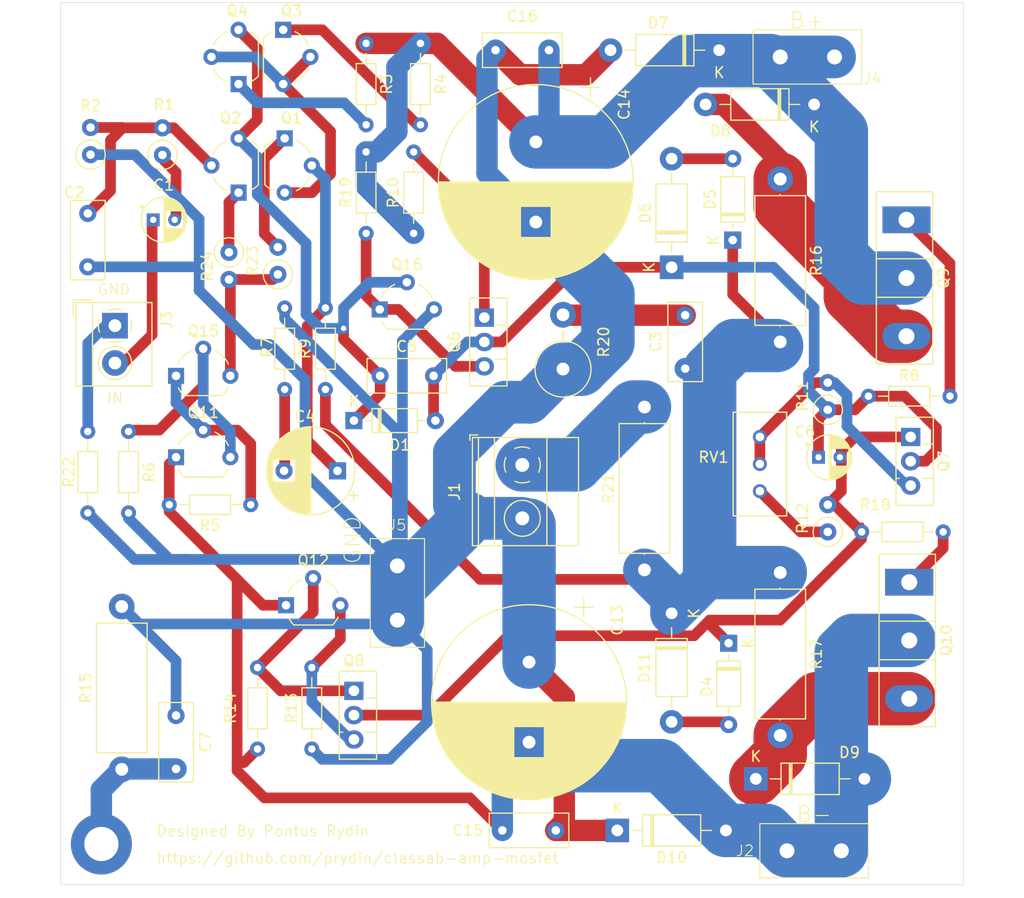
<source format=kicad_pcb>
(kicad_pcb (version 20240108) (generator "pcbnew") (generator_version "8.0")
  (layers (0 "F.Cu" signal) (31 "B.Cu" signal) (34 "B.Paste" user) (35 "F.Paste" user) (36 "B.SilkS" user "B.Silkscreen") (37 "F.SilkS" user "F.Silkscreen") (38 "B.Mask" user) (39 "F.Mask" user) (44 "Edge.Cuts" user))
  (net 0 "")
  (net 1 "Net-(J3-Pin_2)")
  (net 2 "Net-(D11-K)")
  (net 3 "Net-(D4-K)")
  (net 4 "Net-(D1-K)")
  (net 5 "Net-(Q1-B)")
  (net 6 "Net-(Q1-E)")
  (net 7 "Net-(Q2-B)")
  (net 8 "Net-(Q3-E)")
  (net 9 "Net-(Q4-E)")
  (net 10 "Net-(Q6-E)")
  (net 11 "Net-(Q7-B)")
  (net 12 "Net-(D8-A)")
  (net 13 "Net-(D11-A)")
  (net 14 "Net-(D5-A)")
  (net 15 "Net-(D9-K)")
  (net 16 "Net-(C1-Pad2)")
  (net 17 "Net-(C4-Pad2)")
  (net 18 "Net-(Q16-E)")
  (net 19 "GNDS")
  (net 20 "Net-(C3-Pad2)")
  (net 21 "B+")
  (net 22 "B-")
  (net 23 "Net-(Q12-C)")
  (net 24 "Net-(D1-A)")
  (net 25 "Net-(Q12-B)")
  (net 26 "Net-(Q11-C)")
  (net 27 "Net-(R12-Pad1)")
  (net 28 "/SPEAKER")
  (net 29 "CHASSIS")
  (net 30 "/LTP COM")
  (net 31 "Net-(Q2-E)")
  (net 32 "Net-(Q11-B)")
  (net 33 "Net-(Q15-C)")
  (net 34 "Net-(Q9-G)")
  (net 35 "Net-(Q10-G)")
  (net 36 "PWRGND")
  (footprint "Resistor_THT:R_Axial_DIN0204_L3.6mm_D1.6mm_P7.62mm_Horizontal" (layer "F.Cu") (at 195.58 70.612 -90)
    (property "Reference" "R22")
    (property "Value" "100")
  )
  (footprint "Resistor_THT:R_Axial_DIN0414_L11.9mm_D4.5mm_P15.24mm_Horizontal" (layer "F.Cu") (at 260.35 46.99 -90)
    (property "Reference" "R16")
    (property "Value" "0.33")
  )
  (footprint "Package_TO_SOT_THT:TO-92_Wide" (layer "F.Cu") (at 222.885 59.19)
    (property "Reference" "Q16")
    (property "Value" "2N5401")
  )
  (footprint "Capacitor_THT:CP_Radial_D18.0mm_P7.50mm" (layer "F.Cu") (at 237.49 43.51222 -90)
    (property "Reference" "C14")
    (property "Value" "4700u")
  )
  (footprint "Package_TO_SOT_THT:TO-92_Wide" (layer "F.Cu") (at 209.685 38.1 90)
    (property "Reference" "Q4")
    (property "Value" "2N5401")
  )
  (footprint "Package_TO_SOT_THT:TO-92_Wide" (layer "F.Cu") (at 213.995 43.18 -90)
    (property "Reference" "Q1")
    (property "Value" "2N5551")
  )
  (footprint "Resistor_THT:R_Axial_DIN0204_L3.6mm_D1.6mm_P7.62mm_Horizontal" (layer "F.Cu") (at 210.82 77.47 180)
    (property "Reference" "R5")
    (property "Value" "470")
  )
  (footprint "MountingHole:MountingHole_3.2mm_M3" (layer "F.Cu") (at 273.685 109.22)
    (property "Reference" "REF**" (hide yes))
    (property "Value" "MountingHole_3.2mm_M3")
  )
  (footprint "Diode_THT:D_DO-41_SOD81_P10.16mm_Horizontal" (layer "F.Cu") (at 250.19 55.245 90)
    (property "Reference" "D6")
    (property "Value" "1N5919")
  )
  (footprint "Capacitor_THT:C_Rect_L7.2mm_W3.0mm_P5.00mm_FKS2_FKP2_MKS2_MKP2" (layer "F.Cu") (at 195.58 50.205 -90)
    (property "Reference" "C2")
    (property "Value" "100p")
  )
  (footprint "Resistor_THT:R_Axial_DIN0204_L3.6mm_D1.6mm_P7.62mm_Horizontal" (layer "F.Cu") (at 217.805 59.055 -90)
    (property "Reference" "R9")
    (property "Value" "22k")
  )
  (footprint "Resistor_THT:R_Axial_DIN0204_L3.6mm_D1.6mm_P7.62mm_Horizontal" (layer "F.Cu") (at 221.615 34.29 -90)
    (property "Reference" "R3")
    (property "Value" "470")
  )
  (footprint "Diode_THT:D_DO-41_SOD81_P10.16mm_Horizontal" (layer "F.Cu") (at 250.19 87.63 -90)
    (property "Reference" "D11")
    (property "Value" "1N5919")
  )
  (footprint "footprints:Spade Connector" (layer "F.Cu") (at 263.525 104.775)
    (property "Reference" "J2")
    (property "Value" "~")
  )
  (footprint "Package_TO_SOT_THT:TO-126-3_Vertical" (layer "F.Cu") (at 272.548 71.12 -90)
    (property "Reference" "Q7")
    (property "Value" "BD139")
  )
  (footprint "Resistor_THT:R_Axial_DIN0207_L6.3mm_D2.5mm_P2.54mm_Vertical" (layer "F.Cu") (at 213.36 55.909 90)
    (property "Reference" "R23")
    (property "Value" "100")
  )
  (footprint "Diode_THT:D_DO-41_SOD81_P10.16mm_Horizontal" (layer "F.Cu") (at 245.11 107.95)
    (property "Reference" "D10")
    (property "Value" "1N4004")
  )
  (footprint "Resistor_THT:R_Axial_DIN0204_L3.6mm_D1.6mm_P7.62mm_Horizontal" (layer "F.Cu") (at 211.455 92.71 -90)
    (property "Reference" "R14")
    (property "Value" "100")
  )
  (footprint "footprints:Spade Connector" (layer "F.Cu") (at 219.456 85.725 90)
    (property "Reference" "J5")
    (property "Value" "~")
  )
  (footprint "Diode_THT:D_DO-41_SOD81_P10.16mm_Horizontal" (layer "F.Cu") (at 254.635 34.925 180)
    (property "Reference" "D7")
    (property "Value" "1N4004")
  )
  (footprint "Capacitor_THT:CP_Radial_D4.0mm_P2.00mm" (layer "F.Cu") (at 263.93 73.025)
    (property "Reference" "C6")
    (property "Value" "10u")
  )
  (footprint "Resistor_THT:R_Axial_DIN0414_L11.9mm_D4.5mm_P15.24mm_Horizontal" (layer "F.Cu") (at 260.35 83.82 -90)
    (property "Reference" "R17")
    (property "Value" "0.33")
  )
  (footprint "Resistor_THT:R_Axial_DIN0207_L6.3mm_D2.5mm_P2.54mm_Vertical" (layer "F.Cu") (at 264.795 68.58 90)
    (property "Reference" "R11")
    (property "Value" "4.7k")
  )
  (footprint "Resistor_THT:R_Axial_DIN0204_L3.6mm_D1.6mm_P7.62mm_Horizontal" (layer "F.Cu") (at 216.535 92.71 -90)
    (property "Reference" "R13")
    (property "Value" "10k")
  )
  (footprint "Package_TO_SOT_THT:TO-92_Wide" (layer "F.Cu") (at 203.835 65.405)
    (property "Reference" "Q15")
    (property "Value" "2N5551")
  )
  (footprint "Resistor_THT:R_Axial_DIN0207_L6.3mm_D2.5mm_P2.54mm_Vertical" (layer "F.Cu") (at 208.788 53.848 -90)
    (property "Reference" "R24")
    (property "Value" "100")
  )
  (footprint "Resistor_THT:R_Axial_DIN0207_L6.3mm_D2.5mm_P2.54mm_Vertical" (layer "F.Cu") (at 202.565 44.733 90)
    (property "Reference" "R1")
    (property "Value" "150")
  )
  (footprint "Resistor_THT:R_Axial_DIN0204_L3.6mm_D1.6mm_P7.62mm_Horizontal" (layer "F.Cu") (at 267.97 80.01)
    (property "Reference" "R18")
    (property "Value" "330")
  )
  (footprint "Diode_THT:D_DO-35_SOD27_P7.62mm_Horizontal" (layer "F.Cu") (at 220.472 69.596)
    (property "Reference" "D1")
    (property "Value" "1N4148")
  )
  (footprint "Package_TO_SOT_THT:TO-126-3_Vertical" (layer "F.Cu") (at 220.472 94.88 -90)
    (property "Reference" "Q8")
    (property "Value" "BD139")
  )
  (footprint "Resistor_THT:R_Axial_DIN0204_L3.6mm_D1.6mm_P7.62mm_Horizontal" (layer "F.Cu") (at 213.995 59.055 -90)
    (property "Reference" "R7")
    (property "Value" "1k")
  )
  (footprint "TerminalBlock_Phoenix:TerminalBlock_Phoenix_MKDS-1,5-2_1x02_P5.00mm_Horizontal" (layer "F.Cu") (at 236.22 73.74 -90)
    (property "Reference" "J1")
    (property "Value" "SPEAKER")
  )
  (footprint "" (layer "F.Cu") (at 195.85 109.22)
    (property "Reference" "")
    (property "Value" "")
  )
  (footprint "Resistor_THT:R_Axial_DIN0204_L3.6mm_D1.6mm_P7.62mm_Horizontal" (layer "F.Cu") (at 199.39 70.612 -90)
    (property "Reference" "R6")
    (property "Value" "4.7k")
  )
  (footprint "footprints:TRIM_T93YA103KT20" (layer "F.Cu") (at 258.445 73.66)
    (property "Reference" "RV1")
    (property "Value" "300")
  )
  (footprint "Package_TO_SOT_THT:TO-247-3_Vertical" (layer "F.Cu") (at 272.161 50.8 -90)
    (property "Reference" "Q9")
    (property "Value" "IRFP240")
  )
  (footprint "Diode_THT:D_DO-41_SOD81_P10.16mm_Horizontal" (layer "F.Cu") (at 263.525 40.005 180)
    (property "Reference" "D8")
    (property "Value" "1N4004")
  )
  (footprint "Resistor_THT:R_Axial_DIN0204_L3.6mm_D1.6mm_P7.62mm_Horizontal" (layer "F.Cu") (at 226.695 34.29 -90)
    (property "Reference" "R4")
    (property "Value" "470")
  )
  (footprint "Resistor_THT:R_Axial_DIN0204_L3.6mm_D1.6mm_P7.62mm_Horizontal" (layer "F.Cu") (at 268.605 67.31)
    (property "Reference" "R8")
    (property "Value" "330")
  )
  (footprint "footprints:Spade Connector" (layer "F.Cu") (at 262.89 30.48)
    (property "Reference" "J4")
    (property "Value" "~")
  )
  (footprint "Diode_THT:D_DO-35_SOD27_P7.62mm_Horizontal" (layer "F.Cu") (at 255.905 52.705 90)
    (property "Reference" "D5")
    (property "Value" "1N4148")
  )
  (footprint "Resistor_THT:R_Axial_DIN0204_L3.6mm_D1.6mm_P7.62mm_Horizontal" (layer "F.Cu") (at 221.615 44.45 -90)
    (property "Reference" "R19")
    (property "Value" "1k")
  )
  (footprint "TerminalBlock_4Ucon:TerminalBlock_4Ucon_1x02_P3.50mm_Horizontal" (layer "F.Cu") (at 198.12 60.706 -90)
    (property "Reference" "J3")
    (property "Value" "INPUT")
  )
  (footprint "Capacitor_THT:C_Rect_L7.2mm_W3.0mm_P5.00mm_FKS2_FKP2_MKS2_MKP2" (layer "F.Cu") (at 203.835 97.195 -90)
    (property "Reference" "C7")
    (property "Value" "10n")
  )
  (footprint "Package_TO_SOT_THT:TO-92_Wide" (layer "F.Cu") (at 214.122 86.876)
    (property "Reference" "Q12")
    (property "Value" "2N5551")
  )
  (footprint "Capacitor_THT:CP_Radial_D8.0mm_P5.00mm" (layer "F.Cu") (at 218.937651 74.295 180)
    (property "Reference" "C4")
    (property "Value" "220u")
  )
  (footprint "Resistor_THT:R_Axial_DIN0207_L6.3mm_D2.5mm_P2.54mm_Vertical" (layer "F.Cu") (at 264.795 80.01 90)
    (property "Reference" "R12")
    (property "Value" "330")
  )
  (footprint "Package_TO_SOT_THT:TO-92_Wide" (layer "F.Cu") (at 209.685 48.26 90)
    (property "Reference" "Q2")
    (property "Value" "2N5551")
  )
  (footprint "Resistor_THT:R_Axial_DIN0204_L3.6mm_D1.6mm_P7.62mm_Horizontal" (layer "F.Cu") (at 226.06 52.07 90)
    (property "Reference" "R10")
    (property "Value" "100")
  )
  (footprint "Diode_THT:D_DO-35_SOD27_P7.62mm_Horizontal" (layer "F.Cu") (at 255.524 90.424 -90)
    (property "Reference" "D4")
    (property "Value" "1N4148")
  )
  (footprint "MountingHole:MountingHole_3.2mm_M3" (layer "F.Cu") (at 196.85 34.29)
    (property "Reference" "REF**" (hide yes))
    (property "Value" "MountingHole_3.2mm_M3")
  )
  (footprint "Package_TO_SOT_THT:TO-126-3_Vertical" (layer "F.Cu") (at 232.67 59.955 -90)
    (property "Reference" "Q6")
    (property "Value" "BD140")
  )
  (footprint "Resistor_THT:R_Axial_DIN0414_L11.9mm_D4.5mm_P15.24mm_Horizontal" (layer "F.Cu") (at 247.65 83.566 90)
    (property "Reference" "R21")
    (property "Value" "10")
  )
  (footprint "Package_TO_SOT_THT:TO-92_Wide" (layer "F.Cu") (at 213.86 33.02 -90)
    (property "Reference" "Q3")
    (property "Value" "2N5401")
  )
  (footprint "Capacitor_THT:C_Rect_L7.2mm_W3.0mm_P5.00mm_FKS2_FKP2_MKS2_MKP2" (layer "F.Cu") (at 234.355 107.95)
    (property "Reference" "C15")
    (property "Value" "100n")
  )
  (footprint "Diode_THT:D_DO-41_SOD81_P10.16mm_Horizontal" (layer "F.Cu") (at 258.064 103.124)
    (property "Reference" "D9")
    (property "Value" "1N4004")
  )
  (footprint "Capacitor_THT:C_Rect_L7.2mm_W3.0mm_P5.00mm_FKS2_FKP2_MKS2_MKP2" (layer "F.Cu") (at 251.46 64.73 90)
    (property "Reference" "C3")
    (property "Value" "100n")
  )
  (footprint "Capacitor_THT:CP_Radial_D18.0mm_P7.50mm" (layer "F.Cu") (at 236.855 92.195 -90)
    (property "Reference" "C13")
    (property "Value" "4700u")
  )
  (footprint "Resistor_THT:R_Axial_DIN0207_L6.3mm_D2.5mm_P2.54mm_Vertical" (layer "F.Cu") (at 195.834 44.704 90)
    (property "Reference" "R2")
    (property "Value" "22k")
  )
  (footprint "Capacitor_THT:C_Rect_L7.2mm_W3.0mm_P5.00mm_FKS2_FKP2_MKS2_MKP2" (layer "F.Cu") (at 222.925 65.405)
    (property "Reference" "C5")
    (property "Value" "100p")
  )
  (footprint "Package_TO_SOT_THT:TO-247-3_Vertical" (layer "F.Cu") (at 272.415 84.72 -90)
    (property "Reference" "Q10")
    (property "Value" "IRFP9240")
  )
  (footprint "Package_TO_SOT_THT:TO-92_Wide" (layer "F.Cu") (at 203.835 73.025)
    (property "Reference" "Q11")
    (property "Value" "2N5551")
  )
  (footprint "MountingHole:MountingHole_3.2mm_M3" (layer "F.Cu") (at 273.685 34.29)
    (property "Reference" "REF**" (hide yes))
    (property "Value" "MountingHole_3.2mm_M3")
  )
  (footprint "Resistor_THT:R_Axial_DIN0516_L15.5mm_D5.0mm_P5.08mm_Vertical" (layer "F.Cu") (at 240.03 64.77 90)
    (property "Reference" "R20")
    (property "Value" "10")
  )
  (footprint "Capacitor_THT:CP_Radial_D4.0mm_P2.00mm" (layer "F.Cu") (at 201.7 50.8)
    (property "Reference" "C1")
    (property "Value" "4.7u")
  )
  (footprint "Resistor_THT:R_Axial_DIN0414_L11.9mm_D4.5mm_P15.24mm_Horizontal" (layer "F.Cu") (at 198.755 102.235 90)
    (property "Reference" "R15")
    (property "Value" "220")
  )
  (footprint "Capacitor_THT:C_Rect_L7.2mm_W3.0mm_P5.00mm_FKS2_FKP2_MKS2_MKP2" (layer "F.Cu") (at 233.72 34.925)
    (property "Reference" "C16")
    (property "Value" "100n")
  )
  (gr_rect (start 193.04 30.48) (end 277.495 113.03) (stroke (width 0.05)) (fill none) (layer "Edge.Cuts"))
  (gr_text "B+" (at 262.89 33.02 0) (layer "F.SilkS") (effects (font (size 1.5 1.5) (thickness 0.1)) (justify bottom)))
  (gr_text "https://github.com/prydin/classab-amp-mosfet" (at 201.93 111.125 0) (layer "F.SilkS") (effects (font (size 1 1) (thickness 0.1)) (justify left bottom)))
  (gr_text "Designed By Pontus Rydin" (at 201.93 108.585 0) (layer "F.SilkS") (effects (font (size 1 1) (thickness 0.1)) (justify left bottom)))
  (gr_text "IN" (at 198.12 68.072 0) (layer "F.SilkS") (effects (font (size 1 1) (thickness 0.1)) (justify bottom)))
  (gr_text "B-" (at 263.525 107.315 0) (layer "F.SilkS") (effects (font (size 1.5 1.5) (thickness 0.1)) (justify bottom)))
  (gr_text "GND" (at 198.02 57.912 0) (layer "F.SilkS") (effects (font (size 1 1) (thickness 0.1)) (justify bottom)))
  (gr_text "GND" (at 221.234 80.772 90) (layer "F.SilkS") (effects (font (size 1.5 1.5) (thickness 0.1)) (justify bottom)))
  (segment (start 198.936056 64.206) (end 201.6 61.542056) (width 1) (layer "F.Cu") (net 1))
  (segment (start 201.6 61.542056) (end 201.6 50.8) (width 1) (layer "F.Cu") (net 1))
  (segment (start 198.12 64.206) (end 198.936056 64.206) (width 1) (layer "F.Cu") (net 1))
  (segment (start 217.805 69.977) (end 232.283 84.455) (width 1) (layer "F.Cu") (net 2))
  (segment (start 255.905 57.785) (end 260.35 62.23) (width 1) (layer "F.Cu") (net 2))
  (segment (start 246.761 84.455) (end 247.65 83.566) (width 1) (layer "F.Cu") (net 2))
  (segment (start 217.805 66.675) (end 217.805 69.977) (width 1) (layer "F.Cu") (net 2))
  (segment (start 232.283 84.455) (end 246.761 84.455) (width 1) (layer "F.Cu") (net 2))
  (segment (start 255.905 52.705) (end 255.905 57.785) (width 1) (layer "F.Cu") (net 2))
  (segment (start 254 83.82) (end 253.746 83.566) (width 5) (layer "B.Cu") (net 2))
  (segment (start 250.19 86.106) (end 247.65 83.566) (width 4) (layer "B.Cu") (net 2))
  (segment (start 250.19 87.63) (end 254 83.82) (width 4) (layer "B.Cu") (net 2))
  (segment (start 254 83.82) (end 260.35 83.82) (width 5) (layer "B.Cu") (net 2))
  (segment (start 253.604591 64.73) (end 253.746 64.871409) (width 2) (layer "B.Cu") (net 2))
  (segment (start 251.46 64.73) (end 253.604591 64.73) (width 2) (layer "B.Cu") (net 2))
  (segment (start 253.746 64.871409) (end 256.047118 62.570291) (width 5) (layer "B.Cu") (net 2))
  (segment (start 250.19 87.63) (end 250.19 86.106) (width 4) (layer "B.Cu") (net 2))
  (segment (start 256.047118 62.570291) (end 260.009709 62.570291) (width 5) (layer "B.Cu") (net 2))
  (segment (start 253.746 83.566) (end 253.746 64.871409) (width 5) (layer "B.Cu") (net 2))
  (segment (start 267.335 71.12) (end 266.065 72.39) (width 1) (layer "F.Cu") (net 3))
  (segment (start 267.97 80.645) (end 260.35 88.265) (width 1) (layer "F.Cu") (net 3))
  (segment (start 255.524 90.424) (end 253.755 88.655) (width 1) (layer "F.Cu") (net 3))
  (segment (start 234.92 89.73) (end 227.49 97.16) (width 1) (layer "F.Cu") (net 3))
  (segment (start 272.548 71.12) (end 267.335 71.12) (width 1) (layer "F.Cu") (net 3))
  (segment (start 267.97 80.645) (end 267.97 79.375) (width 0.5) (layer "F.Cu") (net 3))
  (segment (start 265.43 77.47) (end 264.795 77.47) (width 1) (layer "F.Cu") (net 3))
  (segment (start 252.29 89.73) (end 234.92 89.73) (width 1) (layer "F.Cu") (net 3))
  (segment (start 253.755 88.265) (end 252.29 89.73) (width 1) (layer "F.Cu") (net 3))
  (segment (start 266.065 76.2) (end 265.43 76.835) (width 1) (layer "F.Cu") (net 3))
  (segment (start 266.065 72.39) (end 266.065 76.2) (width 1) (layer "F.Cu") (net 3))
  (segment (start 260.35 88.265) (end 253.755 88.265) (width 1) (layer "F.Cu") (net 3))
  (segment (start 227.49 97.16) (end 220.472 97.16) (width 1) (layer "F.Cu") (net 3))
  (segment (start 253.755 88.655) (end 253.755 88.265) (width 1) (layer "F.Cu") (net 3))
  (segment (start 267.97 80.01) (end 265.43 77.47) (width 1) (layer "F.Cu") (net 3))
  (segment (start 265.43 76.835) (end 264.795 77.47) (width 0.5) (layer "F.Cu") (net 3))
  (segment (start 222.925 65.405) (end 222.925 67.143) (width 1) (layer "F.Cu") (net 4))
  (segment (start 222.925 67.143) (end 220.472 69.596) (width 1) (layer "F.Cu") (net 4))
  (segment (start 211.435 34.77) (end 211.435 41.43) (width 1) (layer "F.Cu") (net 4))
  (segment (start 222.925 65.405) (end 219.505 61.985) (width 1) (layer "F.Cu") (net 4))
  (segment (start 209.685 33.02) (end 211.435 34.77) (width 1) (layer "F.Cu") (net 4))
  (segment (start 219.505 61.985) (end 219.505 60.96) (width 1) (layer "F.Cu") (net 4))
  (segment (start 211.435 41.43) (end 209.685 43.18) (width 1) (layer "F.Cu") (net 4))
  (via (at 219.505 60.96) (size 1) (drill 0.5) (layers "F.Cu" "B.Cu") (net 4))
  (segment (start 215.995 59.649164) (end 217.305836 60.96) (width 1) (layer "B.Cu") (net 4))
  (segment (start 211.435 48.44089) (end 215.995 53.00089) (width 1) (layer "B.Cu") (net 4))
  (segment (start 219.505 59.055) (end 219.505 60.96) (width 1) (layer "B.Cu") (net 4))
  (segment (start 217.305836 60.96) (end 219.505 60.96) (width 1) (layer "B.Cu") (net 4))
  (segment (start 211.435 44.93) (end 211.435 48.44089) (width 1) (layer "B.Cu") (net 4))
  (segment (start 215.995 53.00089) (end 215.995 59.649164) (width 1) (layer "B.Cu") (net 4))
  (segment (start 225.425 56.65) (end 221.91 56.65) (width 1) (layer "B.Cu") (net 4))
  (segment (start 209.685 43.18) (end 211.435 44.93) (width 1) (layer "B.Cu") (net 4))
  (segment (start 221.91 56.65) (end 219.505 59.055) (width 1) (layer "B.Cu") (net 4))
  (segment (start 216.105 60.755) (end 217.805 59.055) (width 1) (layer "F.Cu") (net 5))
  (segment (start 216.105 71.462349) (end 216.105 60.755) (width 1) (layer "F.Cu") (net 5))
  (segment (start 218.937651 74.295) (end 216.105 71.462349) (width 1) (layer "F.Cu") (net 5))
  (segment (start 217.805 46.99) (end 217.805 59.055) (width 1) (layer "B.Cu") (net 5))
  (segment (start 216.535 45.72) (end 217.805 46.99) (width 1) (layer "B.Cu") (net 5))
  (segment (start 212.09 52.099) (end 212.09 45.085) (width 1) (layer "F.Cu") (net 6))
  (segment (start 213.36 53.369) (end 212.09 52.099) (width 1) (layer "F.Cu") (net 6))
  (segment (start 212.09 45.085) (end 213.995 43.18) (width 1) (layer "F.Cu") (net 6))
  (segment (start 197.70537 43.34063) (end 197.70537 48.07963) (width 1) (layer "F.Cu") (net 7))
  (segment (start 196.313 42.164) (end 198.824 42.164) (width 1) (layer "F.Cu") (net 7))
  (segment (start 203.618 42.193) (end 198.853 42.193) (width 1) (layer "F.Cu") (net 7))
  (segment (start 198.853 42.193) (end 197.70537 43.34063) (width 1) (layer "F.Cu") (net 7))
  (segment (start 207.145 45.72) (end 203.618 42.193) (width 1) (layer "F.Cu") (net 7))
  (segment (start 197.70537 48.07963) (end 195.58 50.205) (width 1) (layer "F.Cu") (net 7))
  (segment (start 198.824 42.164) (end 198.853 42.193) (width 1) (layer "F.Cu") (net 7))
  (segment (start 213.86 33.02) (end 217.516573 33.02) (width 1) (layer "F.Cu") (net 8))
  (segment (start 217.516573 33.02) (end 226.406573 41.91) (width 1) (layer "F.Cu") (net 8))
  (segment (start 226.406573 41.91) (end 226.695 41.91) (width 1) (layer "F.Cu") (net 8))
  (segment (start 209.685 38.1) (end 211.435 39.85) (width 1) (layer "B.Cu") (net 9))
  (segment (start 219.555 39.85) (end 221.615 41.91) (width 1) (layer "B.Cu") (net 9))
  (segment (start 211.435 39.85) (end 219.555 39.85) (width 1) (layer "B.Cu") (net 9))
  (segment (start 232.67 51.06) (end 226.06 44.45) (width 1) (layer "F.Cu") (net 10))
  (segment (start 232.67 59.955) (end 232.67 51.06) (width 1) (layer "F.Cu") (net 10))
  (segment (start 258.445 73.66) (end 258.445 71.12) (width 1) (layer "F.Cu") (net 11))
  (segment (start 263.525 66.04) (end 264.795 66.04) (width 1) (layer "F.Cu") (net 11))
  (segment (start 258.445 71.12) (end 263.525 66.04) (width 1) (layer "F.Cu") (net 11))
  (segment (start 266.595 70.115366) (end 266.595 67.205) (width 1) (layer "B.Cu") (net 11))
  (segment (start 272.159634 75.68) (end 266.595 70.115366) (width 1) (layer "B.Cu") (net 11))
  (segment (start 265.43 66.04) (end 264.795 66.04) (width 1) (layer "B.Cu") (net 11))
  (segment (start 272.548 75.68) (end 272.159634 75.68) (width 1) (layer "B.Cu") (net 11))
  (segment (start 266.595 67.205) (end 265.43 66.04) (width 1) (layer "B.Cu") (net 11))
  (segment (start 266.911 58.010408) (end 270.600592 61.7) (width 5) (layer "F.Cu") (net 12))
  (segment (start 260.35 46.99) (end 260.35 49.53) (width 5) (layer "F.Cu") (net 12))
  (segment (start 260.35 46.99) (end 260.35 45.292944) (width 2) (layer "F.Cu") (net 12))
  (segment (start 260.35 49.53) (end 266.911 56.091) (width 5) (layer "F.Cu") (net 12))
  (segment (start 260.35 45.292944) (end 255.062056 40.005) (width 2) (layer "F.Cu") (net 12))
  (segment (start 266.911 56.091) (end 266.911 58.010408) (width 5) (layer "F.Cu") (net 12))
  (segment (start 270.600592 61.7) (end 272.161 61.7) (width 5) (layer "F.Cu") (net 12))
  (segment (start 255.062056 40.005) (end 253.365 40.005) (width 2) (layer "F.Cu") (net 12))
  (segment (start 255.27 97.79) (end 255.524 98.044) (width 1) (layer "F.Cu") (net 13))
  (segment (start 250.19 97.79) (end 255.27 97.79) (width 1) (layer "F.Cu") (net 13))
  (segment (start 250.19 45.085) (end 255.905 45.085) (width 1) (layer "F.Cu") (net 14))
  (segment (start 260.35 99.06) (end 260.35 100.838) (width 5) (layer "F.Cu") (net 15))
  (segment (start 263.79 95.62) (end 260.35 99.06) (width 5) (layer "F.Cu") (net 15))
  (segment (start 263.79 95.62) (end 272.415 95.62) (width 5) (layer "F.Cu") (net 15))
  (segment (start 260.35 100.838) (end 258.064 103.124) (width 5) (layer "F.Cu") (net 15))
  (segment (start 202.565 45.085) (end 203.835 46.355) (width 1) (layer "F.Cu") (net 16))
  (segment (start 203.835 50.665) (end 203.7 50.8) (width 1) (layer "F.Cu") (net 16))
  (segment (start 203.835 46.355) (end 203.835 50.665) (width 1) (layer "F.Cu") (net 16))
  (segment (start 213.995 74.237651) (end 213.937651 74.295) (width 1) (layer "F.Cu") (net 17))
  (segment (start 213.995 66.675) (end 213.995 74.237651) (width 1) (layer "F.Cu") (net 17))
  (segment (start 221.615 57.92) (end 222.885 59.19) (width 1) (layer "F.Cu") (net 18))
  (segment (start 229.96 64.515) (end 232.67 64.515) (width 1) (layer "F.Cu") (net 18))
  (segment (start 221.615 52.07) (end 221.615 57.92) (width 1) (layer "F.Cu") (net 18))
  (segment (start 224.635 59.19) (end 229.96 64.515) (width 1) (layer "F.Cu") (net 18))
  (segment (start 222.885 59.19) (end 224.635 59.19) (width 1) (layer "F.Cu") (net 18))
  (segment (start 197.239 60.706) (end 198.12 60.706) (width 1) (layer "B.Cu") (net 19))
  (segment (start 195.58 62.365) (end 197.239 60.706) (width 1) (layer "B.Cu") (net 19))
  (segment (start 195.58 70.612) (end 195.58 62.365) (width 1) (layer "B.Cu") (net 19))
  (segment (start 240.055 59.73) (end 240.03 59.705) (width 2) (layer "F.Cu") (net 20))
  (segment (start 251.46 59.73) (end 240.055 59.73) (width 2) (layer "F.Cu") (net 20))
  (segment (start 221.615 34.29) (end 226.695 34.29) (width 2) (layer "F.Cu") (net 21))
  (segment (start 226.695 34.29) (end 228.26778 34.29) (width 2) (layer "F.Cu") (net 21))
  (segment (start 228.26778 34.29) (end 237.49 43.51222) (width 2) (layer "F.Cu") (net 21))
  (segment (start 221.615 44.45) (end 221.615 47.625) (width 2) (layer "B.Cu") (net 21))
  (segment (start 238.72 34.925) (end 238.72 42.28222) (width 2) (layer "B.Cu") (net 21))
  (segment (start 224.495 42.559949) (end 224.495 36.49) (width 2) (layer "B.Cu") (net 21))
  (segment (start 272.161 56.25) (end 268.111 56.25) (width 5) (layer "B.Cu") (net 21))
  (segment (start 221.615 44.45) (end 222.604949 44.45) (width 2) (layer "B.Cu") (net 21))
  (segment (start 265.43 35.56) (end 260.35 35.56) (width 4) (layer "B.Cu") (net 21))
  (segment (start 268.111 56.25) (end 266.065 54.204) (width 5) (layer "B.Cu") (net 21))
  (segment (start 224.495 36.49) (end 226.695 34.29) (width 2) (layer "B.Cu") (net 21))
  (segment (start 251.666724 35.905) (end 259.425 35.905) (width 5) (layer "B.Cu") (net 21))
  (segment (start 237.49 43.51222) (end 244.14278 43.51222) (width 5) (layer "B.Cu") (net 21))
  (segment (start 249.265 38.39) (end 249.265 38.306724) (width 5) (layer "B.Cu") (net 21))
  (segment (start 259.425 35.905) (end 263.525 40.005) (width 5) (layer "B.Cu") (net 21))
  (segment (start 238.72 42.28222) (end 237.49 43.51222) (width 2) (layer "B.Cu") (net 21))
  (segment (start 249.265 38.306724) (end 251.666724 35.905) (width 5) (layer "B.Cu") (net 21))
  (segment (start 266.065 54.204) (end 266.065 42.545) (width 5) (layer "B.Cu") (net 21))
  (segment (start 222.604949 44.45) (end 224.495 42.559949) (width 2) (layer "B.Cu") (net 21))
  (segment (start 266.065 42.545) (end 263.525 40.005) (width 5) (layer "B.Cu") (net 21))
  (segment (start 244.14278 43.51222) (end 249.265 38.39) (width 5) (layer "B.Cu") (net 21))
  (segment (start 221.615 47.625) (end 226.06 52.07) (width 2) (layer "B.Cu") (net 21))
  (segment (start 209.55 101.6) (end 209.55 84.455) (width 1) (layer "F.Cu") (net 22))
  (segment (start 214.122 86.876) (end 211.971 86.876) (width 1) (layer "F.Cu") (net 22))
  (segment (start 203.2 73.66) (end 203.835 73.025) (width 1) (layer "F.Cu") (net 22))
  (segment (start 210.185 101.6) (end 209.55 101.6) (width 1) (layer "F.Cu") (net 22))
  (segment (start 231.307 104.902) (end 212.09 104.902) (width 1) (layer "F.Cu") (net 22))
  (segment (start 211.971 86.876) (end 209.55 84.455) (width 1) (layer "F.Cu") (net 22))
  (segment (start 203.2 77.47) (end 203.2 73.66) (width 1) (layer "F.Cu") (net 22))
  (segment (start 212.09 104.902) (end 209.55 102.362) (width 1) (layer "F.Cu") (net 22))
  (segment (start 209.55 102.362) (end 209.55 101.6) (width 1) (layer "F.Cu") (net 22))
  (segment (start 234.355 107.95) (end 231.307 104.902) (width 1) (layer "F.Cu") (net 22))
  (segment (start 209.55 84.455) (end 203.2 78.105) (width 1) (layer "F.Cu") (net 22))
  (segment (start 203.2 78.105) (end 203.2 77.47) (width 1) (layer "F.Cu") (net 22))
  (segment (start 211.455 100.33) (end 210.185 101.6) (width 1) (layer "F.Cu") (net 22))
  (segment (start 266.065 109.855) (end 266.065 103.124) (width 5) (layer "B.Cu") (net 22))
  (segment (start 259.08 107.95) (end 260.985 109.855) (width 5) (layer "B.Cu") (net 22))
  (segment (start 266.065 109.855) (end 260.985 109.855) (width 5) (layer "B.Cu") (net 22))
  (segment (start 234.355 102.195) (end 236.855 99.695) (width 2) (layer "B.Cu") (net 22))
  (segment (start 266.065 91.27) (end 267.165 90.17) (width 5) (layer "B.Cu") (net 22))
  (segment (start 267.165 90.17) (end 272.415 90.17) (width 5) (layer "B.Cu") (net 22))
  (segment (start 234.315 102.235) (end 236.855 99.695) (width 2) (layer "B.Cu") (net 22))
  (segment (start 236.855 99.695) (end 238.552056 99.695) (width 5) (layer "B.Cu") (net 22))
  (segment (start 268.224 103.124) (end 266.065 103.124) (width 5) (layer "B.Cu") (net 22))
  (segment (start 238.552056 99.695) (end 240.747056 101.89) (width 5) (layer "B.Cu") (net 22))
  (segment (start 255.27 107.95) (end 259.08 107.95) (width 5) (layer "B.Cu") (net 22))
  (segment (start 266.065 103.124) (end 266.065 91.27) (width 5) (layer "B.Cu") (net 22))
  (segment (start 234.355 107.95) (end 234.355 102.195) (width 2) (layer "B.Cu") (net 22))
  (segment (start 240.747056 101.89) (end 249.21 101.89) (width 5) (layer "B.Cu") (net 22))
  (segment (start 249.21 101.89) (end 255.27 107.95) (width 5) (layer "B.Cu") (net 22))
  (segment (start 219.202 90.043) (end 216.535 92.71) (width 1) (layer "F.Cu") (net 23))
  (segment (start 219.202 86.876) (end 219.202 90.043) (width 1) (layer "F.Cu") (net 23))
  (segment (start 216.535 95.91) (end 220.065 99.44) (width 1) (layer "B.Cu") (net 23))
  (segment (start 216.535 92.71) (end 216.535 95.91) (width 1) (layer "B.Cu") (net 23))
  (segment (start 241.3 55.245) (end 234.31 62.235) (width 1) (layer "F.Cu") (net 24))
  (segment (start 271.993 67.31) (end 274.955 70.272) (width 1) (layer "F.Cu") (net 24))
  (segment (start 268.605 67.31) (end 271.993 67.31) (width 1) (layer "F.Cu") (net 24))
  (segment (start 267.335 68.58) (end 268.605 67.31) (width 1) (layer "F.Cu") (net 24))
  (segment (start 250.19 55.245) (end 241.3 55.245) (width 1) (layer "F.Cu") (net 24))
  (segment (start 274.955 72.39) (end 274.198 73.147) (width 1) (layer "F.Cu") (net 24))
  (segment (start 274.955 70.272) (end 274.955 72.39) (width 1) (layer "F.Cu") (net 24))
  (segment (start 263.93 73.025) (end 263.93 69.445) (width 1) (layer "F.Cu") (net 24))
  (segment (start 227.925 65.405) (end 227.925 69.429) (width 1) (layer "F.Cu") (net 24))
  (segment (start 227.925 69.429) (end 228.092 69.596) (width 1) (layer "F.Cu") (net 24))
  (segment (start 264.795 68.58) (end 267.335 68.58) (width 1) (layer "F.Cu") (net 24))
  (segment (start 263.93 69.445) (end 264.795 68.58) (width 1) (layer "F.Cu") (net 24))
  (segment (start 234.31 62.235) (end 232.67 62.235) (width 1) (layer "F.Cu") (net 24))
  (segment (start 273.945 73.4) (end 272.548 73.4) (width 1) (layer "F.Cu") (net 24))
  (segment (start 250.607283 55.245) (end 259.715 55.245) (width 1) (layer "B.Cu") (net 24))
  (segment (start 262.995 66.785585) (end 264.789415 68.58) (width 1) (layer "B.Cu") (net 24))
  (segment (start 231.095 62.235) (end 232.67 62.235) (width 1) (layer "B.Cu") (net 24))
  (segment (start 264.789415 68.58) (end 264.795 68.58) (width 1) (layer "B.Cu") (net 24))
  (segment (start 263.525 59.055) (end 263.525 64.764415) (width 1) (layer "B.Cu") (net 24))
  (segment (start 227.925 65.405) (end 231.095 62.235) (width 1) (layer "B.Cu") (net 24))
  (segment (start 263.525 64.764415) (end 262.995 65.294415) (width 1) (layer "B.Cu") (net 24))
  (segment (start 262.995 65.294415) (end 262.995 66.785585) (width 1) (layer "B.Cu") (net 24))
  (segment (start 259.715 55.245) (end 263.525 59.055) (width 1) (layer "B.Cu") (net 24))
  (segment (start 250.19 55.245) (end 250.607283 55.245) (width 0.5) (layer "B.Cu") (net 24))
  (segment (start 213.625 94.88) (end 220.472 94.88) (width 1) (layer "F.Cu") (net 25))
  (segment (start 216.662 84.336) (end 216.662 87.503) (width 1) (layer "F.Cu") (net 25))
  (segment (start 216.662 87.503) (end 211.455 92.71) (width 1) (layer "F.Cu") (net 25))
  (segment (start 211.455 92.71) (end 213.625 94.88) (width 1) (layer "F.Cu") (net 25))
  (segment (start 206.375 66.365) (end 206.375 62.865) (width 1) (layer "F.Cu") (net 26))
  (segment (start 199.517 70.485) (end 202.255 70.485) (width 1) (layer "F.Cu") (net 26))
  (segment (start 202.255 70.485) (end 206.375 66.365) (width 1) (layer "F.Cu") (net 26))
  (segment (start 199.39 70.612) (end 199.517 70.485) (width 1) (layer "F.Cu") (net 26))
  (segment (start 206.375 62.865) (end 206.375 68.010126) (width 1) (layer "B.Cu") (net 26))
  (segment (start 208.915 70.550126) (end 208.915 73.025) (width 1) (layer "B.Cu") (net 26))
  (segment (start 206.375 68.010126) (end 208.915 70.550126) (width 1) (layer "B.Cu") (net 26))
  (segment (start 258.445 76.2) (end 262.255 80.01) (width 1) (layer "F.Cu") (net 27))
  (segment (start 262.255 80.01) (end 264.795 80.01) (width 1) (layer "F.Cu") (net 27))
  (segment (start 246.634 68.326) (end 241.22 73.74) (width 5) (layer "B.Cu") (net 28))
  (segment (start 241.22 73.74) (end 236.22 73.74) (width 5) (layer "B.Cu") (net 28))
  (segment (start 247.65 68.326) (end 246.634 68.326) (width 5) (layer "B.Cu") (net 28))
  (segment (start 196.85 104.14) (end 198.755 102.235) (width 2) (layer "B.Cu") (net 29))
  (segment (start 203.835 102.195) (end 198.795 102.195) (width 2) (layer "B.Cu") (net 29))
  (segment (start 196.85 108.585) (end 196.85 104.14) (width 2) (layer "B.Cu") (net 29))
  (segment (start 198.795 102.195) (end 198.755 102.235) (width 1) (layer "B.Cu") (net 29))
  (segment (start 213.86 38.1) (end 218.285 42.525) (width 1) (layer "F.Cu") (net 30))
  (segment (start 218.285 42.525) (end 218.285 46.51) (width 1) (layer "F.Cu") (net 30))
  (segment (start 213.86 38.1) (end 216.4 35.56) (width 1) (layer "F.Cu") (net 30))
  (segment (start 216.535 48.26) (end 213.995 48.26) (width 1) (layer "F.Cu") (net 30))
  (segment (start 218.285 46.51) (end 216.535 48.26) (width 1) (layer "F.Cu") (net 30))
  (segment (start 211.32 35.56) (end 213.86 38.1) (width 1) (layer "B.Cu") (net 30))
  (segment (start 207.145 35.56) (end 211.32 35.56) (width 1) (layer "B.Cu") (net 30))
  (segment (start 208.788 49.157) (end 209.685 48.26) (width 1) (layer "F.Cu") (net 31))
  (segment (start 208.788 53.848) (end 208.788 49.157) (width 1) (layer "F.Cu") (net 31))
  (segment (start 209.55 70.485) (end 206.375 70.485) (width 1) (layer "F.Cu") (net 32))
  (segment (start 210.82 77.47) (end 210.82 71.755) (width 1) (layer "F.Cu") (net 32))
  (segment (start 210.82 71.755) (end 209.55 70.485) (width 1) (layer "F.Cu") (net 32))
  (segment (start 203.835 65.405) (end 203.835 67.945) (width 1) (layer "B.Cu") (net 32))
  (segment (start 203.835 67.945) (end 206.375 70.485) (width 1) (layer "B.Cu") (net 32))
  (segment (start 208.788 56.388) (end 212.881 56.388) (width 1) (layer "F.Cu") (net 33))
  (segment (start 212.881 56.388) (end 213.36 55.909) (width 1) (layer "F.Cu") (net 33))
  (segment (start 208.915 65.405) (end 208.915 56.515) (width 1) (layer "F.Cu") (net 33))
  (segment (start 208.915 56.515) (end 208.788 56.388) (width 1) (layer "F.Cu") (net 33))
  (segment (start 272.161 50.8) (end 276.225 54.864) (width 1) (layer "F.Cu") (net 34))
  (segment (start 276.225 54.864) (end 276.225 67.31) (width 1) (layer "F.Cu") (net 34))
  (segment (start 275.59 81.545) (end 272.415 84.72) (width 1) (layer "F.Cu") (net 35))
  (segment (start 275.59 80.01) (end 275.59 81.545) (width 1) (layer "F.Cu") (net 35))
  (segment (start 240.154999 95.494999) (end 240.154999 107.150001) (width 2) (layer "F.Cu") (net 36))
  (segment (start 240.154999 107.150001) (end 239.355 107.95) (width 2) (layer "F.Cu") (net 36))
  (segment (start 244.475 34.925) (end 242.175 37.225) (width 2) (layer "F.Cu") (net 36))
  (segment (start 236.855 92.195) (end 240.154999 95.494999) (width 2) (layer "F.Cu") (net 36))
  (segment (start 236.02 37.225) (end 233.72 34.925) (width 2) (layer "F.Cu") (net 36))
  (segment (start 239.355 107.95) (end 245.11 107.95) (width 2) (layer "F.Cu") (net 36))
  (segment (start 242.175 37.225) (end 236.02 37.225) (width 2) (layer "F.Cu") (net 36))
  (segment (start 234.644 67.87) (end 229.87 72.644) (width 4) (layer "B.Cu") (net 36))
  (segment (start 223.825366 101.295) (end 217.5 101.295) (width 1) (layer "B.Cu") (net 36))
  (segment (start 240.03 64.77) (end 236.93 67.87) (width 4) (layer "B.Cu") (net 36))
  (segment (start 215.9 74.549) (end 224.536 83.185) (width 1) (layer "B.Cu") (net 36))
  (segment (start 224.536 85.344) (end 231.14 78.74) (width 5) (layer "B.Cu") (net 36))
  (segment (start 231.14 78.74) (end 236.22 78.74) (width 4) (layer "B.Cu") (net 36))
  (segment (start 200.386 88.626) (end 224.175 88.626) (width 1) (layer "B.Cu") (net 36))
  (segment (start 241.727056 64.785) (end 240.03 64.785) (width 5) (layer "B.Cu") (net 36))
  (segment (start 198.755 86.995) (end 200.386 88.626) (width 1) (layer "B.Cu") (net 36))
  (segment (start 199.934 82.586) (end 204.978 82.586) (width 1) (layer "B.Cu") (net 36))
  (segment (start 229.87 77.47) (end 231.14 78.74) (width 4) (layer "B.Cu") (net 36))
  (segment (start 217.5 101.295) (end 216.535 100.33) (width 1) (layer "B.Cu") (net 36))
  (segment (start 215.9 65.765836) (end 215.9 74.549) (width 1) (layer "B.Cu") (net 36))
  (segment (start 244.23 57.75222) (end 244.23 62.282056) (width 5) (layer "B.Cu") (net 36))
  (segment (start 205.994 50.72611) (end 205.994 57.404) (width 1) (layer "B.Cu") (net 36))
  (segment (start 195.834 44.704) (end 199.97189 44.704) (width 1) (layer "B.Cu") (net 36))
  (segment (start 225.009585 62.145415) (end 225.009585 82.711415) (width 1) (layer "B.Cu") (net 36))
  (segment (start 195.58 78.232) (end 199.934 82.586) (width 1) (layer "B.Cu") (net 36))
  (segment (start 213.995 60.044949) (end 224.536 70.585949) (width 1) (layer "B.Cu") (net 36))
  (segment (start 212.608082 62.473918) (end 215.9 65.765836) (width 1) (layer "B.Cu") (net 36))
  (segment (start 203.236 82.586) (end 204.978 82.586) (width 1) (layer "B.Cu") (net 36))
  (segment (start 237.49 51.01222) (end 244.23 57.75222) (width 5) (layer "B.Cu") (net 36))
  (segment (start 232.920001 35.724999) (end 232.920001 46.442221) (width 2) (layer "B.Cu") (net 36))
  (segment (start 224.536 88.265) (end 227.33 91.059) (width 1) (layer "B.Cu") (net 36))
  (segment (start 211.063918 62.473918) (end 212.608082 62.473918) (width 1) (layer "B.Cu") (net 36))
  (segment (start 229.87 72.644) (end 229.87 77.47) (width 4) (layer "B.Cu") (net 36))
  (segment (start 225.009585 82.711415) (end 224.536 83.185) (width 1) (layer "B.Cu") (net 36))
  (segment (start 236.93 67.87) (end 234.644 67.87) (width 4) (layer "B.Cu") (net 36))
  (segment (start 236.855 92.195) (end 236.855 79.375) (width 5) (layer "B.Cu") (net 36))
  (segment (start 227.33 97.790366) (end 223.825366 101.295) (width 1) (layer "B.Cu") (net 36))
  (segment (start 199.39 78.232) (end 199.39 78.74) (width 1) (layer "B.Cu") (net 36))
  (segment (start 203.835 92.075) (end 198.755 86.995) (width 1) (layer "B.Cu") (net 36))
  (segment (start 223.937 82.586) (end 224.536 83.185) (width 1) (layer "B.Cu") (net 36))
  (segment (start 233.72 34.925) (end 232.920001 35.724999) (width 2) (layer "B.Cu") (net 36))
  (segment (start 227.965 59.19) (end 225.009585 62.145415) (width 1) (layer "B.Cu") (net 36))
  (segment (start 224.536 88.265) (end 224.536 83.185) (width 5) (layer "B.Cu") (net 36))
  (segment (start 244.23 62.282056) (end 241.727056 64.785) (width 5) (layer "B.Cu") (net 36))
  (segment (start 205.994 57.404) (end 211.063918 62.473918) (width 1) (layer "B.Cu") (net 36))
  (segment (start 199.39 78.74) (end 203.236 82.586) (width 1) (layer "B.Cu") (net 36))
  (segment (start 224.536 88.265) (end 224.536 85.344) (width 5) (layer "B.Cu") (net 36))
  (segment (start 203.835 97.195) (end 203.835 92.075) (width 1) (layer "B.Cu") (net 36))
  (segment (start 224.175 88.626) (end 224.536 88.265) (width 1) (layer "B.Cu") (net 36))
  (segment (start 195.58 55.205) (end 205.339164 55.205) (width 1) (layer "B.Cu") (net 36))
  (segment (start 199.97189 44.704) (end 205.994 50.72611) (width 1) (layer "B.Cu") (net 36))
  (segment (start 213.995 59.055) (end 213.995 60.044949) (width 1) (layer "B.Cu") (net 36))
  (segment (start 227.33 91.059) (end 227.33 97.790366) (width 1) (layer "B.Cu") (net 36))
  (segment (start 204.978 82.586) (end 223.937 82.586) (width 1) (layer "B.Cu") (net 36))
  (segment (start 224.536 70.585949) (end 224.536 83.185) (width 1) (layer "B.Cu") (net 36))
  (segment (start 232.920001 46.442221) (end 237.49 51.01222) (width 2) (layer "B.Cu") (net 36))
)
</source>
